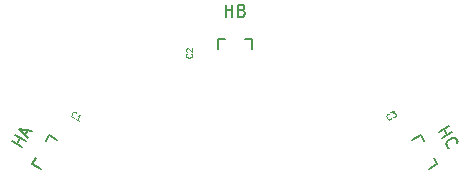
<source format=gbr>
G04 #@! TF.GenerationSoftware,KiCad,Pcbnew,5.1.5*
G04 #@! TF.CreationDate,2020-06-30T15:32:26-05:00*
G04 #@! TF.ProjectId,Encoder,456e636f-6465-4722-9e6b-696361645f70,rev?*
G04 #@! TF.SameCoordinates,Original*
G04 #@! TF.FileFunction,Legend,Top*
G04 #@! TF.FilePolarity,Positive*
%FSLAX46Y46*%
G04 Gerber Fmt 4.6, Leading zero omitted, Abs format (unit mm)*
G04 Created by KiCad (PCBNEW 5.1.5) date 2020-06-30 15:32:26*
%MOMM*%
%LPD*%
G04 APERTURE LIST*
%ADD10C,0.152400*%
%ADD11C,0.100000*%
%ADD12C,0.150000*%
G04 APERTURE END LIST*
D10*
X137151636Y-72182551D02*
X137431038Y-71698613D01*
X137431038Y-71698613D02*
X138134943Y-72105013D01*
X136008638Y-74162282D02*
X136288036Y-73678350D01*
X136712543Y-74568682D02*
X136008638Y-74162282D01*
X151736300Y-64371980D02*
X151736300Y-63559180D01*
X151736300Y-63559180D02*
X152295097Y-63559180D01*
X154581100Y-63559180D02*
X154581100Y-64371980D01*
X154022297Y-63559180D02*
X154581100Y-63559180D01*
X170032661Y-73672629D02*
X170312062Y-74156567D01*
X170312062Y-74156567D02*
X169608157Y-74562967D01*
X168889662Y-71692898D02*
X169169061Y-72176830D01*
X168185757Y-72099298D02*
X168889662Y-71692898D01*
D11*
X139538545Y-70216980D02*
X139506021Y-70225695D01*
X139432257Y-70210600D01*
X139391018Y-70186791D01*
X139341063Y-70130457D01*
X139323634Y-70065408D01*
X139326823Y-70012264D01*
X139353823Y-69917881D01*
X139389537Y-69856022D01*
X139457776Y-69785448D01*
X139502205Y-69756113D01*
X139567254Y-69738684D01*
X139641018Y-69753778D01*
X139682257Y-69777588D01*
X139732211Y-69833922D01*
X139740926Y-69866446D01*
X139927129Y-70496315D02*
X139679693Y-70353458D01*
X139803411Y-70424886D02*
X140053411Y-69991873D01*
X139976457Y-70029923D01*
X139911408Y-70047353D01*
X139858264Y-70044163D01*
X149476571Y-64839333D02*
X149500380Y-64863142D01*
X149524190Y-64934571D01*
X149524190Y-64982190D01*
X149500380Y-65053619D01*
X149452761Y-65101238D01*
X149405142Y-65125047D01*
X149309904Y-65148857D01*
X149238476Y-65148857D01*
X149143238Y-65125047D01*
X149095619Y-65101238D01*
X149048000Y-65053619D01*
X149024190Y-64982190D01*
X149024190Y-64934571D01*
X149048000Y-64863142D01*
X149071809Y-64839333D01*
X149071809Y-64648857D02*
X149048000Y-64625047D01*
X149024190Y-64577428D01*
X149024190Y-64458380D01*
X149048000Y-64410761D01*
X149071809Y-64386952D01*
X149119428Y-64363142D01*
X149167047Y-64363142D01*
X149238476Y-64386952D01*
X149524190Y-64672666D01*
X149524190Y-64363142D01*
X166406270Y-70255667D02*
X166397556Y-70288191D01*
X166347601Y-70344525D01*
X166306362Y-70368334D01*
X166232598Y-70383429D01*
X166167549Y-70365999D01*
X166123120Y-70336665D01*
X166054882Y-70266091D01*
X166019167Y-70204232D01*
X165992168Y-70109849D01*
X165988978Y-70056705D01*
X166006408Y-69991656D01*
X166056362Y-69935322D01*
X166097601Y-69911512D01*
X166171365Y-69896418D01*
X166203889Y-69905132D01*
X166324418Y-69780560D02*
X166592473Y-69625798D01*
X166543374Y-69874088D01*
X166605232Y-69838374D01*
X166658377Y-69835184D01*
X166690901Y-69843899D01*
X166735330Y-69873234D01*
X166794854Y-69976332D01*
X166798044Y-70029476D01*
X166789329Y-70062000D01*
X166759994Y-70106430D01*
X166636276Y-70177858D01*
X166583132Y-70181048D01*
X166550608Y-70172333D01*
D12*
X135162685Y-72728110D02*
X134295295Y-72227323D01*
X134708338Y-72465793D02*
X134994502Y-71970142D01*
X135448849Y-72232459D02*
X134581459Y-71731671D01*
X135415647Y-71717639D02*
X135654117Y-71304596D01*
X135615778Y-71943329D02*
X134915318Y-71153412D01*
X135949636Y-71365070D01*
X152375048Y-61667093D02*
X152375048Y-60665518D01*
X152375048Y-61142458D02*
X152947376Y-61142458D01*
X152947376Y-61667093D02*
X152947376Y-60665518D01*
X153758175Y-61142458D02*
X153901257Y-61190152D01*
X153948951Y-61237847D01*
X153996645Y-61333235D01*
X153996645Y-61476317D01*
X153948951Y-61571705D01*
X153901257Y-61619399D01*
X153805869Y-61667093D01*
X153424317Y-61667093D01*
X153424317Y-60665518D01*
X153758175Y-60665518D01*
X153853563Y-60713212D01*
X153901257Y-60760906D01*
X153948951Y-60856294D01*
X153948951Y-60951682D01*
X153901257Y-61047070D01*
X153853563Y-61094764D01*
X153758175Y-61142458D01*
X153424317Y-61142458D01*
X170410133Y-71427026D02*
X171277523Y-70926238D01*
X170864480Y-71164709D02*
X171150644Y-71660360D01*
X170696297Y-71922677D02*
X171563687Y-71421890D01*
X171303540Y-72783677D02*
X171238389Y-72766219D01*
X171125544Y-72666154D01*
X171077850Y-72583545D01*
X171047613Y-72435785D01*
X171082527Y-72305483D01*
X171141289Y-72216485D01*
X171282659Y-72079792D01*
X171406572Y-72008251D01*
X171595636Y-71954167D01*
X171702091Y-71947777D01*
X171832394Y-71982692D01*
X171945239Y-72082758D01*
X171992933Y-72165366D01*
X172023170Y-72313126D01*
X172005713Y-72378277D01*
M02*

</source>
